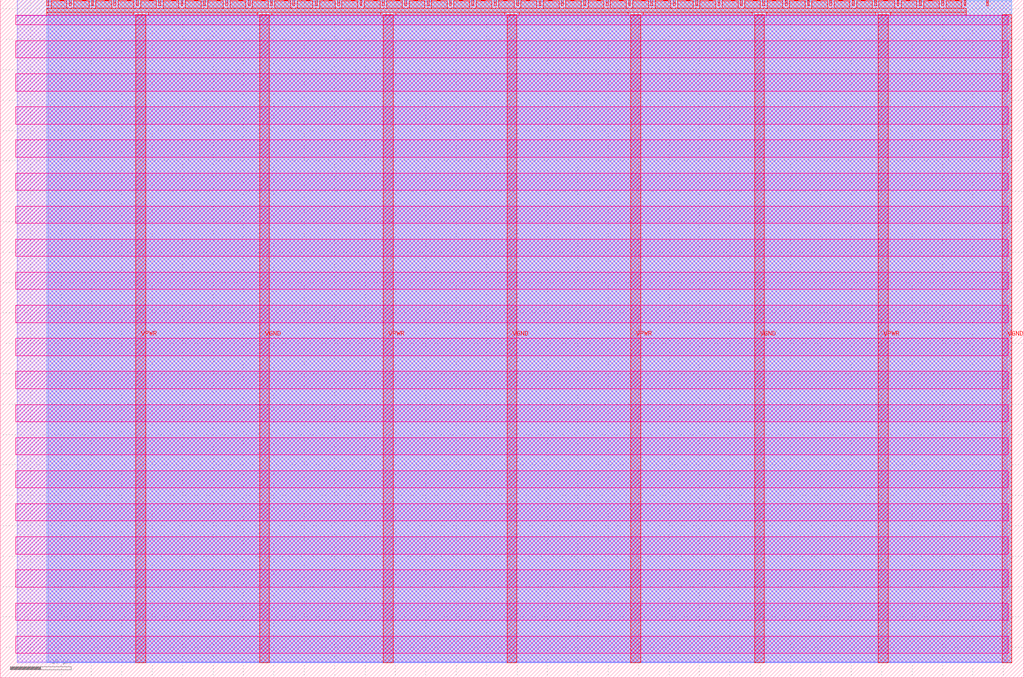
<source format=lef>
VERSION 5.7 ;
  NOWIREEXTENSIONATPIN ON ;
  DIVIDERCHAR "/" ;
  BUSBITCHARS "[]" ;
MACRO tt_um_wokwi_374494377414857729
  CLASS BLOCK ;
  FOREIGN tt_um_wokwi_374494377414857729 ;
  ORIGIN 0.000 0.000 ;
  SIZE 168.360 BY 111.520 ;
  PIN VGND
    DIRECTION INOUT ;
    USE GROUND ;
    PORT
      LAYER met4 ;
        RECT 42.670 2.480 44.270 109.040 ;
    END
    PORT
      LAYER met4 ;
        RECT 83.380 2.480 84.980 109.040 ;
    END
    PORT
      LAYER met4 ;
        RECT 124.090 2.480 125.690 109.040 ;
    END
    PORT
      LAYER met4 ;
        RECT 164.800 2.480 166.400 109.040 ;
    END
  END VGND
  PIN VPWR
    DIRECTION INOUT ;
    USE POWER ;
    PORT
      LAYER met4 ;
        RECT 22.315 2.480 23.915 109.040 ;
    END
    PORT
      LAYER met4 ;
        RECT 63.025 2.480 64.625 109.040 ;
    END
    PORT
      LAYER met4 ;
        RECT 103.735 2.480 105.335 109.040 ;
    END
    PORT
      LAYER met4 ;
        RECT 144.445 2.480 146.045 109.040 ;
    END
  END VPWR
  PIN clk
    DIRECTION INPUT ;
    USE SIGNAL ;
    ANTENNAGATEAREA 0.247500 ;
    PORT
      LAYER met4 ;
        RECT 158.550 110.520 158.850 111.520 ;
    END
  END clk
  PIN ena
    DIRECTION INPUT ;
    USE SIGNAL ;
    PORT
      LAYER met4 ;
        RECT 162.230 110.520 162.530 111.520 ;
    END
  END ena
  PIN rst_n
    DIRECTION INPUT ;
    USE SIGNAL ;
    ANTENNAGATEAREA 0.196500 ;
    PORT
      LAYER met4 ;
        RECT 154.870 110.520 155.170 111.520 ;
    END
  END rst_n
  PIN ui_in[0]
    DIRECTION INPUT ;
    USE SIGNAL ;
    ANTENNAGATEAREA 0.196500 ;
    PORT
      LAYER met4 ;
        RECT 151.190 110.520 151.490 111.520 ;
    END
  END ui_in[0]
  PIN ui_in[1]
    DIRECTION INPUT ;
    USE SIGNAL ;
    ANTENNAGATEAREA 0.196500 ;
    PORT
      LAYER met4 ;
        RECT 147.510 110.520 147.810 111.520 ;
    END
  END ui_in[1]
  PIN ui_in[2]
    DIRECTION INPUT ;
    USE SIGNAL ;
    ANTENNAGATEAREA 0.196500 ;
    PORT
      LAYER met4 ;
        RECT 143.830 110.520 144.130 111.520 ;
    END
  END ui_in[2]
  PIN ui_in[3]
    DIRECTION INPUT ;
    USE SIGNAL ;
    ANTENNAGATEAREA 0.196500 ;
    PORT
      LAYER met4 ;
        RECT 140.150 110.520 140.450 111.520 ;
    END
  END ui_in[3]
  PIN ui_in[4]
    DIRECTION INPUT ;
    USE SIGNAL ;
    ANTENNAGATEAREA 0.196500 ;
    PORT
      LAYER met4 ;
        RECT 136.470 110.520 136.770 111.520 ;
    END
  END ui_in[4]
  PIN ui_in[5]
    DIRECTION INPUT ;
    USE SIGNAL ;
    ANTENNAGATEAREA 0.196500 ;
    PORT
      LAYER met4 ;
        RECT 132.790 110.520 133.090 111.520 ;
    END
  END ui_in[5]
  PIN ui_in[6]
    DIRECTION INPUT ;
    USE SIGNAL ;
    ANTENNAGATEAREA 0.196500 ;
    PORT
      LAYER met4 ;
        RECT 129.110 110.520 129.410 111.520 ;
    END
  END ui_in[6]
  PIN ui_in[7]
    DIRECTION INPUT ;
    USE SIGNAL ;
    ANTENNAGATEAREA 0.196500 ;
    PORT
      LAYER met4 ;
        RECT 125.430 110.520 125.730 111.520 ;
    END
  END ui_in[7]
  PIN uio_in[0]
    DIRECTION INPUT ;
    USE SIGNAL ;
    ANTENNAGATEAREA 0.196500 ;
    PORT
      LAYER met4 ;
        RECT 121.750 110.520 122.050 111.520 ;
    END
  END uio_in[0]
  PIN uio_in[1]
    DIRECTION INPUT ;
    USE SIGNAL ;
    ANTENNAGATEAREA 0.196500 ;
    PORT
      LAYER met4 ;
        RECT 118.070 110.520 118.370 111.520 ;
    END
  END uio_in[1]
  PIN uio_in[2]
    DIRECTION INPUT ;
    USE SIGNAL ;
    ANTENNAGATEAREA 0.196500 ;
    PORT
      LAYER met4 ;
        RECT 114.390 110.520 114.690 111.520 ;
    END
  END uio_in[2]
  PIN uio_in[3]
    DIRECTION INPUT ;
    USE SIGNAL ;
    ANTENNAGATEAREA 0.196500 ;
    PORT
      LAYER met4 ;
        RECT 110.710 110.520 111.010 111.520 ;
    END
  END uio_in[3]
  PIN uio_in[4]
    DIRECTION INPUT ;
    USE SIGNAL ;
    ANTENNAGATEAREA 0.196500 ;
    PORT
      LAYER met4 ;
        RECT 107.030 110.520 107.330 111.520 ;
    END
  END uio_in[4]
  PIN uio_in[5]
    DIRECTION INPUT ;
    USE SIGNAL ;
    PORT
      LAYER met4 ;
        RECT 103.350 110.520 103.650 111.520 ;
    END
  END uio_in[5]
  PIN uio_in[6]
    DIRECTION INPUT ;
    USE SIGNAL ;
    ANTENNAGATEAREA 0.196500 ;
    PORT
      LAYER met4 ;
        RECT 99.670 110.520 99.970 111.520 ;
    END
  END uio_in[6]
  PIN uio_in[7]
    DIRECTION INPUT ;
    USE SIGNAL ;
    PORT
      LAYER met4 ;
        RECT 95.990 110.520 96.290 111.520 ;
    END
  END uio_in[7]
  PIN uio_oe[0]
    DIRECTION OUTPUT TRISTATE ;
    USE SIGNAL ;
    PORT
      LAYER met4 ;
        RECT 33.430 110.520 33.730 111.520 ;
    END
  END uio_oe[0]
  PIN uio_oe[1]
    DIRECTION OUTPUT TRISTATE ;
    USE SIGNAL ;
    PORT
      LAYER met4 ;
        RECT 29.750 110.520 30.050 111.520 ;
    END
  END uio_oe[1]
  PIN uio_oe[2]
    DIRECTION OUTPUT TRISTATE ;
    USE SIGNAL ;
    PORT
      LAYER met4 ;
        RECT 26.070 110.520 26.370 111.520 ;
    END
  END uio_oe[2]
  PIN uio_oe[3]
    DIRECTION OUTPUT TRISTATE ;
    USE SIGNAL ;
    PORT
      LAYER met4 ;
        RECT 22.390 110.520 22.690 111.520 ;
    END
  END uio_oe[3]
  PIN uio_oe[4]
    DIRECTION OUTPUT TRISTATE ;
    USE SIGNAL ;
    PORT
      LAYER met4 ;
        RECT 18.710 110.520 19.010 111.520 ;
    END
  END uio_oe[4]
  PIN uio_oe[5]
    DIRECTION OUTPUT TRISTATE ;
    USE SIGNAL ;
    PORT
      LAYER met4 ;
        RECT 15.030 110.520 15.330 111.520 ;
    END
  END uio_oe[5]
  PIN uio_oe[6]
    DIRECTION OUTPUT TRISTATE ;
    USE SIGNAL ;
    PORT
      LAYER met4 ;
        RECT 11.350 110.520 11.650 111.520 ;
    END
  END uio_oe[6]
  PIN uio_oe[7]
    DIRECTION OUTPUT TRISTATE ;
    USE SIGNAL ;
    PORT
      LAYER met4 ;
        RECT 7.670 110.520 7.970 111.520 ;
    END
  END uio_oe[7]
  PIN uio_out[0]
    DIRECTION OUTPUT TRISTATE ;
    USE SIGNAL ;
    PORT
      LAYER met4 ;
        RECT 62.870 110.520 63.170 111.520 ;
    END
  END uio_out[0]
  PIN uio_out[1]
    DIRECTION OUTPUT TRISTATE ;
    USE SIGNAL ;
    PORT
      LAYER met4 ;
        RECT 59.190 110.520 59.490 111.520 ;
    END
  END uio_out[1]
  PIN uio_out[2]
    DIRECTION OUTPUT TRISTATE ;
    USE SIGNAL ;
    PORT
      LAYER met4 ;
        RECT 55.510 110.520 55.810 111.520 ;
    END
  END uio_out[2]
  PIN uio_out[3]
    DIRECTION OUTPUT TRISTATE ;
    USE SIGNAL ;
    PORT
      LAYER met4 ;
        RECT 51.830 110.520 52.130 111.520 ;
    END
  END uio_out[3]
  PIN uio_out[4]
    DIRECTION OUTPUT TRISTATE ;
    USE SIGNAL ;
    PORT
      LAYER met4 ;
        RECT 48.150 110.520 48.450 111.520 ;
    END
  END uio_out[4]
  PIN uio_out[5]
    DIRECTION OUTPUT TRISTATE ;
    USE SIGNAL ;
    PORT
      LAYER met4 ;
        RECT 44.470 110.520 44.770 111.520 ;
    END
  END uio_out[5]
  PIN uio_out[6]
    DIRECTION OUTPUT TRISTATE ;
    USE SIGNAL ;
    PORT
      LAYER met4 ;
        RECT 40.790 110.520 41.090 111.520 ;
    END
  END uio_out[6]
  PIN uio_out[7]
    DIRECTION OUTPUT TRISTATE ;
    USE SIGNAL ;
    ANTENNADIFFAREA 0.795200 ;
    PORT
      LAYER met4 ;
        RECT 37.110 110.520 37.410 111.520 ;
    END
  END uio_out[7]
  PIN uo_out[0]
    DIRECTION OUTPUT TRISTATE ;
    USE SIGNAL ;
    ANTENNADIFFAREA 0.445500 ;
    PORT
      LAYER met4 ;
        RECT 92.310 110.520 92.610 111.520 ;
    END
  END uo_out[0]
  PIN uo_out[1]
    DIRECTION OUTPUT TRISTATE ;
    USE SIGNAL ;
    ANTENNADIFFAREA 0.795200 ;
    PORT
      LAYER met4 ;
        RECT 88.630 110.520 88.930 111.520 ;
    END
  END uo_out[1]
  PIN uo_out[2]
    DIRECTION OUTPUT TRISTATE ;
    USE SIGNAL ;
    ANTENNADIFFAREA 0.445500 ;
    PORT
      LAYER met4 ;
        RECT 84.950 110.520 85.250 111.520 ;
    END
  END uo_out[2]
  PIN uo_out[3]
    DIRECTION OUTPUT TRISTATE ;
    USE SIGNAL ;
    ANTENNADIFFAREA 0.445500 ;
    PORT
      LAYER met4 ;
        RECT 81.270 110.520 81.570 111.520 ;
    END
  END uo_out[3]
  PIN uo_out[4]
    DIRECTION OUTPUT TRISTATE ;
    USE SIGNAL ;
    ANTENNADIFFAREA 0.445500 ;
    PORT
      LAYER met4 ;
        RECT 77.590 110.520 77.890 111.520 ;
    END
  END uo_out[4]
  PIN uo_out[5]
    DIRECTION OUTPUT TRISTATE ;
    USE SIGNAL ;
    PORT
      LAYER met4 ;
        RECT 73.910 110.520 74.210 111.520 ;
    END
  END uo_out[5]
  PIN uo_out[6]
    DIRECTION OUTPUT TRISTATE ;
    USE SIGNAL ;
    ANTENNADIFFAREA 0.445500 ;
    PORT
      LAYER met4 ;
        RECT 70.230 110.520 70.530 111.520 ;
    END
  END uo_out[6]
  PIN uo_out[7]
    DIRECTION OUTPUT TRISTATE ;
    USE SIGNAL ;
    ANTENNADIFFAREA 0.795200 ;
    PORT
      LAYER met4 ;
        RECT 66.550 110.520 66.850 111.520 ;
    END
  END uo_out[7]
  OBS
      LAYER nwell ;
        RECT 2.570 107.385 165.790 108.990 ;
        RECT 2.570 101.945 165.790 104.775 ;
        RECT 2.570 96.505 165.790 99.335 ;
        RECT 2.570 91.065 165.790 93.895 ;
        RECT 2.570 85.625 165.790 88.455 ;
        RECT 2.570 80.185 165.790 83.015 ;
        RECT 2.570 74.745 165.790 77.575 ;
        RECT 2.570 69.305 165.790 72.135 ;
        RECT 2.570 63.865 165.790 66.695 ;
        RECT 2.570 58.425 165.790 61.255 ;
        RECT 2.570 52.985 165.790 55.815 ;
        RECT 2.570 47.545 165.790 50.375 ;
        RECT 2.570 42.105 165.790 44.935 ;
        RECT 2.570 36.665 165.790 39.495 ;
        RECT 2.570 31.225 165.790 34.055 ;
        RECT 2.570 25.785 165.790 28.615 ;
        RECT 2.570 20.345 165.790 23.175 ;
        RECT 2.570 14.905 165.790 17.735 ;
        RECT 2.570 9.465 165.790 12.295 ;
        RECT 2.570 4.025 165.790 6.855 ;
      LAYER li1 ;
        RECT 2.760 2.635 165.600 108.885 ;
      LAYER met1 ;
        RECT 2.760 2.480 166.400 111.480 ;
      LAYER met2 ;
        RECT 7.910 2.535 166.370 111.510 ;
      LAYER met3 ;
        RECT 7.630 2.555 166.390 111.345 ;
      LAYER met4 ;
        RECT 8.370 110.120 10.950 111.345 ;
        RECT 12.050 110.120 14.630 111.345 ;
        RECT 15.730 110.120 18.310 111.345 ;
        RECT 19.410 110.120 21.990 111.345 ;
        RECT 23.090 110.120 25.670 111.345 ;
        RECT 26.770 110.120 29.350 111.345 ;
        RECT 30.450 110.120 33.030 111.345 ;
        RECT 34.130 110.120 36.710 111.345 ;
        RECT 37.810 110.120 40.390 111.345 ;
        RECT 41.490 110.120 44.070 111.345 ;
        RECT 45.170 110.120 47.750 111.345 ;
        RECT 48.850 110.120 51.430 111.345 ;
        RECT 52.530 110.120 55.110 111.345 ;
        RECT 56.210 110.120 58.790 111.345 ;
        RECT 59.890 110.120 62.470 111.345 ;
        RECT 63.570 110.120 66.150 111.345 ;
        RECT 67.250 110.120 69.830 111.345 ;
        RECT 70.930 110.120 73.510 111.345 ;
        RECT 74.610 110.120 77.190 111.345 ;
        RECT 78.290 110.120 80.870 111.345 ;
        RECT 81.970 110.120 84.550 111.345 ;
        RECT 85.650 110.120 88.230 111.345 ;
        RECT 89.330 110.120 91.910 111.345 ;
        RECT 93.010 110.120 95.590 111.345 ;
        RECT 96.690 110.120 99.270 111.345 ;
        RECT 100.370 110.120 102.950 111.345 ;
        RECT 104.050 110.120 106.630 111.345 ;
        RECT 107.730 110.120 110.310 111.345 ;
        RECT 111.410 110.120 113.990 111.345 ;
        RECT 115.090 110.120 117.670 111.345 ;
        RECT 118.770 110.120 121.350 111.345 ;
        RECT 122.450 110.120 125.030 111.345 ;
        RECT 126.130 110.120 128.710 111.345 ;
        RECT 129.810 110.120 132.390 111.345 ;
        RECT 133.490 110.120 136.070 111.345 ;
        RECT 137.170 110.120 139.750 111.345 ;
        RECT 140.850 110.120 143.430 111.345 ;
        RECT 144.530 110.120 147.110 111.345 ;
        RECT 148.210 110.120 150.790 111.345 ;
        RECT 151.890 110.120 154.470 111.345 ;
        RECT 155.570 110.120 158.150 111.345 ;
        RECT 7.655 109.440 158.865 110.120 ;
        RECT 7.655 108.975 21.915 109.440 ;
        RECT 24.315 108.975 42.270 109.440 ;
        RECT 44.670 108.975 62.625 109.440 ;
        RECT 65.025 108.975 82.980 109.440 ;
        RECT 85.380 108.975 103.335 109.440 ;
        RECT 105.735 108.975 123.690 109.440 ;
        RECT 126.090 108.975 144.045 109.440 ;
        RECT 146.445 108.975 158.865 109.440 ;
  END
END tt_um_wokwi_374494377414857729
END LIBRARY


</source>
